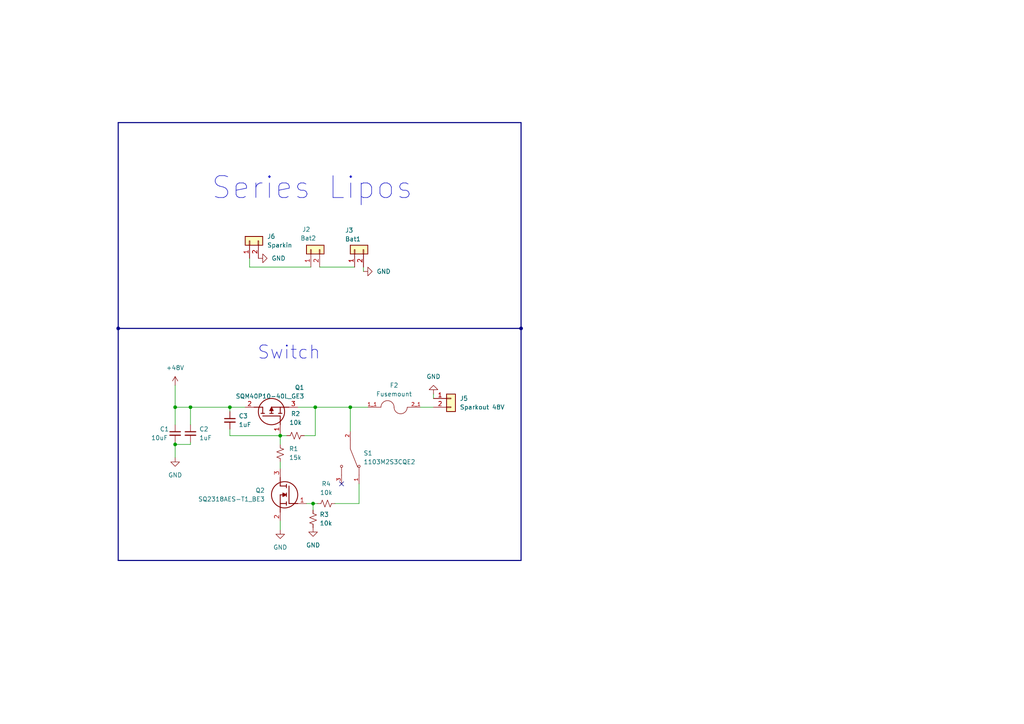
<source format=kicad_sch>
(kicad_sch (version 20231120) (generator "eeschema") (generator_version "8.0")
  (paper "A4")
  (lib_symbols
    (symbol "Connector_Generic:Conn_01x02" (pin_names (offset 1.016) hide)
      (property "Reference" "J" (at 0 2.54 0))
      (property "Value" "Conn_01x02" (at 0 -5.08 0))
      (symbol "Conn_01x02_1_1"
        (rectangle (start -1.27 -2.413) (end 0 -2.667) (stroke (width 0.1524)))
        (rectangle (start -1.27 0.127) (end 0 -0.127) (stroke (width 0.1524)))
        (rectangle (start -1.27 1.27) (end 1.27 -3.81) (stroke (width 0.254)) (fill (type background)))
        (pin passive line (at -5.08 0 0) (length 3.81) (name "Pin_1") (number "1"))
        (pin passive line (at -5.08 -2.54 0) (length 3.81) (name "Pin_2") (number "2"))
      )
    )
    (symbol "Device:C_Small" (pin_numbers hide) (pin_names (offset 0.254) hide)
      (property "Reference" "C" (at 0.254 1.778 0))
      (property "Value" "C_Small" (at 0.254 -2.032 0))
      (symbol "C_Small_0_1"
        (polyline (pts (xy -1.524 -0.508) (xy 1.524 -0.508)) (stroke (width 0.3302)))
        (polyline (pts (xy -1.524 0.508) (xy 1.524 0.508)) (stroke (width 0.3048)))
      )
      (symbol "C_Small_1_1"
        (pin passive line (at 0 2.54 270) (length 2.032) (name "~") (number "1"))
        (pin passive line (at 0 -2.54 90) (length 2.032) (name "~") (number "2"))
      )
    )
    (symbol "Device:R_Small_US" (pin_numbers hide) (pin_names (offset 0.254) hide)
      (property "Reference" "R" (at 0.762 0.508 0))
      (property "Value" "R_Small_US" (at 0.762 -1.016 0))
      (symbol "R_Small_US_1_1"
        (polyline (pts (xy 0 0) (xy 1.016 -0.381) (xy 0 -0.762) (xy -1.016 -1.143) (xy 0 -1.524)))
        (polyline (pts (xy 0 1.524) (xy 1.016 1.143) (xy 0 0.762) (xy -1.016 0.381) (xy 0 0)))
        (pin passive line (at 0 2.54 270) (length 1.016) (name "~") (number "1"))
        (pin passive line (at 0 -2.54 90) (length 1.016) (name "~") (number "2"))
      )
    )
    (symbol "GND_1" (power) (pin_names (offset 0))
      (property "Value" "GND_1" (at 0 -3.81 0))
      (symbol "GND_1_0_1"
        (polyline (pts (xy 0 0) (xy 0 -1.27) (xy 1.27 -1.27) (xy 0 -2.54) (xy -1.27 -1.27) (xy 0 -1.27)))
      )
      (symbol "GND_1_1_1"
        (pin power_in line (at 0 0 270) (length 0) hide (name "GND") (number "1"))
      )
    )
    (symbol "SQM40P10-40L_GE3:SQM40P10-40L_GE3" (pin_names hide)
      (property "Reference" "Q" (at 11.43 3.81 0))
      (property "Value" "SQM40P10-40L_GE3" (at 11.43 1.27 0))
      (symbol "SQM40P10-40L_GE3_1_1"
        (polyline (pts (xy 2.54 0) (xy 5.08 0)) (stroke (width 0.254)))
        (polyline (pts (xy 5.08 5.08) (xy 5.08 0)) (stroke (width 0.254)))
        (polyline (pts (xy 5.842 -0.508) (xy 5.842 0.508)) (stroke (width 0.254)))
        (polyline (pts (xy 5.842 0) (xy 7.62 0)) (stroke (width 0.254)))
        (polyline (pts (xy 5.842 2.032) (xy 5.842 3.048)) (stroke (width 0.254)))
        (polyline (pts (xy 5.842 5.588) (xy 5.842 4.572)) (stroke (width 0.254)))
        (polyline (pts (xy 7.62 2.54) (xy 5.842 2.54)) (stroke (width 0.254)))
        (polyline (pts (xy 7.62 2.54) (xy 7.62 -2.54)) (stroke (width 0.254)))
        (polyline (pts (xy 7.62 5.08) (xy 5.842 5.08)) (stroke (width 0.254)))
        (polyline (pts (xy 7.62 5.08) (xy 7.62 7.62)) (stroke (width 0.254)))
        (polyline (pts (xy 7.62 2.54) (xy 6.604 3.048) (xy 6.604 2.032) (xy 7.62 2.54)) (stroke (width 0.254)) (fill (type outline)))
        (circle (center 6.35 2.54) (radius 3.81) (stroke (width 0.254)))
        (pin passive line (at 0 0 0) (length 2.54) (name "G") (number "1"))
        (pin passive line (at 7.62 10.16 270) (length 2.54) (name "D") (number "2"))
        (pin passive line (at 7.62 -5.08 90) (length 2.54) (name "S") (number "3"))
      )
    )
    (symbol "Switch[1]:1103M2S3CQE2" (pin_names (offset 1.016))
      (property "Reference" "S" (at -5.08 3.81 0))
      (property "Value" "1103M2S3CQE2" (at -5.08 -5.08 0))
      (symbol "1103M2S3CQE2_0_0"
        (polyline (pts (xy -2.54 0) (xy -5.08 0)) (stroke (width 0.1524)))
        (polyline (pts (xy -2.54 0) (xy 2.794 2.1336)) (stroke (width 0.1524)))
        (polyline (pts (xy 5.08 -2.54) (xy 2.921 -2.54)) (stroke (width 0.1524)))
        (polyline (pts (xy 5.08 2.54) (xy 2.921 2.54)) (stroke (width 0.1524)))
        (circle (center 2.54 -2.54) (radius 0.3302) (stroke (width 0.1524)))
        (circle (center 2.54 2.54) (radius 0.3302) (stroke (width 0.1524)))
        (pin passive line (at 7.62 2.54 180) (length 2.54) (name "~") (number "1"))
        (pin passive line (at -7.62 0 0) (length 2.54) (name "~") (number "2"))
        (pin passive line (at 7.62 -2.54 180) (length 2.54) (name "~") (number "3"))
      )
    )
    (symbol "TimmiCtrlBoard:SQ2318AES-T1_BE3" (pin_names hide)
      (property "Reference" "Q" (at 11.43 3.81 0))
      (property "Value" "SQ2318AES-T1_BE3" (at 11.43 1.27 0))
      (symbol "SQ2318AES-T1_BE3_1_1"
        (polyline (pts (xy 2.54 0) (xy 5.08 0)) (stroke (width 0.254)))
        (polyline (pts (xy 5.08 5.08) (xy 5.08 0)) (stroke (width 0.254)))
        (polyline (pts (xy 5.842 -0.508) (xy 5.842 0.508)) (stroke (width 0.254)))
        (polyline (pts (xy 5.842 0) (xy 7.62 0)) (stroke (width 0.254)))
        (polyline (pts (xy 5.842 2.032) (xy 5.842 3.048)) (stroke (width 0.254)))
        (polyline (pts (xy 5.842 5.588) (xy 5.842 4.572)) (stroke (width 0.254)))
        (polyline (pts (xy 7.62 2.54) (xy 5.842 2.54)) (stroke (width 0.254)))
        (polyline (pts (xy 7.62 2.54) (xy 7.62 -2.54)) (stroke (width 0.254)))
        (polyline (pts (xy 7.62 5.08) (xy 5.842 5.08)) (stroke (width 0.254)))
        (polyline (pts (xy 7.62 5.08) (xy 7.62 7.62)) (stroke (width 0.254)))
        (polyline (pts (xy 5.842 2.54) (xy 6.858 3.048) (xy 6.858 2.032) (xy 5.842 2.54)) (stroke (width 0.254)) (fill (type outline)))
        (circle (center 6.35 2.54) (radius 3.81) (stroke (width 0.254)))
        (pin passive line (at 0 0 0) (length 2.54) (name "G") (number "1"))
        (pin passive line (at 7.62 -5.08 90) (length 2.54) (name "S") (number "2"))
        (pin passive line (at 7.62 10.16 270) (length 2.54) (name "D") (number "3"))
      )
    )
    (symbol "fuse mount:3587" (pin_names (offset 1.016))
      (property "Reference" "F" (at -2.54 5.08 0))
      (property "Value" "3587" (at -2.54 -5.08 0))
      (symbol "3587_0_0"
        (arc (start 0 0) (mid -1.905 1.8967) (end -3.81 0) (stroke (width 0.1524)))
        (polyline (pts (xy -5.08 0) (xy -3.81 0)) (stroke (width 0.1524)))
        (polyline (pts (xy 5.08 0) (xy 3.81 0)) (stroke (width 0.1524)))
        (arc (start 0 0) (mid 1.905 -1.8967) (end 3.81 0) (stroke (width 0.1524)))
        (pin passive line (at -7.62 0 0) (length 2.54) (name "~") (number "1_1"))
        (pin passive line (at 7.62 0 180) (length 2.54) (name "~") (number "2_1"))
      )
    )
    (symbol "power:+48V" (power) (pin_numbers hide) (pin_names (offset 0) hide)
      (property "Value" "+48V" (at 0 3.556 0))
      (symbol "+48V_0_1"
        (polyline (pts (xy -0.762 1.27) (xy 0 2.54)))
        (polyline (pts (xy 0 0) (xy 0 2.54)))
        (polyline (pts (xy 0 2.54) (xy 0.762 1.27)))
      )
      (symbol "+48V_1_1"
        (pin power_in line (at 0 0 90) (length 0) (name "~") (number "1"))
      )
    )
    (symbol "power:GND" (power) (pin_names (offset 0))
      (property "Value" "GND" (at 0 -3.81 0))
      (symbol "GND_0_1"
        (polyline (pts (xy 0 0) (xy 0 -1.27) (xy 1.27 -1.27) (xy 0 -2.54) (xy -1.27 -1.27) (xy 0 -1.27)))
      )
      (symbol "GND_1_1"
        (pin power_in line (at 0 0 270) (length 0) hide (name "GND") (number "1"))
      )
    )
  )
  (junction (at 101.6 118.11))
  (junction (at 151.13 95.25))
  (junction (at 50.8 118.11))
  (junction (at 50.8 128.905))
  (junction (at 91.44 118.11))
  (junction (at 55.245 118.11))
  (junction (at 34.29 95.25))
  (junction (at 81.28 126.365))
  (junction (at 90.805 146.05))
  (junction (at 66.675 118.11))
  (no_connect (at 99.06 140.335))
  (wire (pts (xy 66.675 118.11) (xy 66.675 119.38)))
  (bus (pts (xy 34.29 35.56) (xy 34.29 95.25)))
  (wire (pts (xy 101.6 118.11) (xy 106.68 118.11)))
  (wire (pts (xy 90.805 146.05) (xy 92.075 146.05)))
  (wire (pts (xy 81.28 151.13) (xy 81.28 153.67)))
  (wire (pts (xy 97.155 146.05) (xy 104.14 146.05)))
  (wire (pts (xy 66.675 118.11) (xy 55.245 118.11)))
  (wire (pts (xy 101.6 118.11) (xy 101.6 125.095)))
  (wire (pts (xy 55.245 128.27) (xy 55.245 128.905)))
  (wire (pts (xy 125.73 114.3) (xy 125.73 115.57)))
  (wire (pts (xy 81.28 133.985) (xy 81.28 135.89)))
  (wire (pts (xy 72.39 74.93) (xy 72.39 77.47)))
  (wire (pts (xy 55.245 118.11) (xy 50.8 118.11)))
  (wire (pts (xy 50.8 123.19) (xy 50.8 118.11)))
  (bus (pts (xy 34.29 35.56) (xy 151.13 35.56)))
  (wire (pts (xy 50.8 128.27) (xy 50.8 128.905)))
  (wire (pts (xy 91.44 118.11) (xy 101.6 118.11)))
  (wire (pts (xy 104.14 146.05) (xy 104.14 140.335)))
  (wire (pts (xy 86.36 118.11) (xy 91.44 118.11)))
  (wire (pts (xy 81.28 126.365) (xy 83.185 126.365)))
  (bus (pts (xy 151.13 35.56) (xy 151.13 95.25)))
  (wire (pts (xy 50.8 111.76) (xy 50.8 118.11)))
  (bus (pts (xy 34.29 162.56) (xy 151.13 162.56)))
  (wire (pts (xy 66.675 124.46) (xy 66.675 126.365)))
  (wire (pts (xy 50.8 128.905) (xy 50.8 132.715)))
  (wire (pts (xy 88.265 126.365) (xy 91.44 126.365)))
  (wire (pts (xy 71.12 118.11) (xy 66.675 118.11)))
  (wire (pts (xy 66.675 126.365) (xy 81.28 126.365)))
  (bus (pts (xy 34.29 95.25) (xy 151.13 95.25)))
  (wire (pts (xy 90.805 146.05) (xy 90.805 147.955)))
  (wire (pts (xy 125.73 118.11) (xy 121.92 118.11)))
  (bus (pts (xy 151.13 162.56) (xy 151.13 95.25)))
  (wire (pts (xy 81.28 126.365) (xy 81.28 128.905)))
  (wire (pts (xy 91.44 126.365) (xy 91.44 118.11)))
  (wire (pts (xy 88.9 146.05) (xy 90.805 146.05)))
  (wire (pts (xy 105.41 77.47) (xy 105.41 78.74)))
  (wire (pts (xy 55.245 118.11) (xy 55.245 123.19)))
  (wire (pts (xy 55.245 128.905) (xy 50.8 128.905)))
  (bus (pts (xy 34.29 95.25) (xy 34.29 162.56)))
  (wire (pts (xy 72.39 77.47) (xy 90.17 77.47)))
  (wire (pts (xy 81.28 125.73) (xy 81.28 126.365)))
  (wire (pts (xy 92.71 77.47) (xy 102.87 77.47)))
  (text "Switch" (at 83.82 102.362 0) (effects (font (size 3.81 3.81))))
  (text "Series Lipos \n" (at 92.964 54.61 0) (effects (font (size 6.35 6.35))))
  (symbol (lib_id "Device:R_Small_US") (at 94.615 146.05 90) (unit 1)
    (property "Reference" "R4" (at 94.615 140.335 90))
    (property "Value" "10k" (at 94.615 142.875 90))
    (property "Footprint" "Resistor_SMD:R_1206_3216Metric" (effects (hide yes)))
  )
  (symbol (lib_name "GND_1") (lib_id "power:GND") (at 81.28 153.67 0) (unit 1)
    (property "Reference" "#PWR06" (effects (hide yes)))
    (property "Value" "GND" (at 81.28 158.75 0))
  )
  (symbol (lib_name "GND_1") (lib_id "power:GND") (at 90.805 153.035 0) (unit 1)
    (property "Reference" "#PWR07" (effects (hide yes)))
    (property "Value" "GND" (at 90.805 158.115 0))
  )
  (symbol (lib_id "Switch[1]:1103M2S3CQE2") (at 101.6 132.715 270) (unit 1)
    (property "Reference" "S1" (at 105.41 131.4449 90) (effects (justify left)))
    (property "Value" "1103M2S3CQE2" (at 105.41 133.9849 90) (effects (justify left)))
    (property "Footprint" "askibidi:switch" (effects (hide yes)))
    (property "MF" "C&K" (effects (hide yes)))
    (property "DESCRIPTION" "Slide Switch SPDT Through Hole" (effects (hide yes)))
    (property "PACKAGE" "None" (effects (hide yes)))
    (property "PRICE" "None" (effects (hide yes)))
    (property "MP" "1103M2S3CQE2" (effects (hide yes)))
    (property "AVAILABILITY" "In Stock" (effects (hide yes)))
    (property "PURCHASE-URL" "https://pricing.snapeda.com/search/part/1103M2S3CQE2/?ref=eda" (effects (hide yes)))
  )
  (symbol (lib_id "Device:C_Small") (at 50.8 125.73 0) (unit 1)
    (property "Reference" "C1" (at 46.355 124.46 0) (effects (justify left)))
    (property "Value" "10uF" (at 43.815 127 0) (effects (justify left)))
    (property "Footprint" "askibidi:10uF" (effects (hide yes)))
  )
  (symbol (lib_id "power:GND") (at 105.41 78.74 90) (unit 1)
    (property "Reference" "#PWR04" (effects (hide yes)))
    (property "Value" "GND" (at 109.22 78.74 90) (effects (justify right)))
  )
  (symbol (lib_id "fuse mount:3587") (at 114.3 118.11 0) (unit 1)
    (property "Reference" "F2" (at 114.3 111.76 0))
    (property "Value" "Fusemount" (at 114.3 114.3 0))
    (property "Footprint" "askibidi:Fusemount" (effects (hide yes)))
    (property "PARTREV" "D" (effects (hide yes)))
    (property "STANDARD" "Manufacturer Recommendation" (effects (hide yes)))
    (property "SNAPEDA_PN" "3587" (effects (hide yes)))
    (property "MAXIMUM_PACKAGE_HEIGHT" "8.37mm" (effects (hide yes)))
    (property "MANUFACTURER" "Keystone" (effects (hide yes)))
  )
  (symbol (lib_id "Device:C_Small") (at 55.245 125.73 0) (unit 1)
    (property "Reference" "C2" (at 57.785 124.4663 0) (effects (justify left)))
    (property "Value" "1uF" (at 57.785 127.0063 0) (effects (justify left)))
    (property "Footprint" "Capacitor_SMD:C_0805_2012Metric" (effects (hide yes)))
  )
  (symbol (lib_id "Device:R_Small_US") (at 90.805 150.495 0) (unit 1)
    (property "Reference" "R3" (at 92.71 149.2249 0) (effects (justify left)))
    (property "Value" "10k" (at 92.71 151.7649 0) (effects (justify left)))
    (property "Footprint" "Resistor_SMD:R_1206_3216Metric" (effects (hide yes)))
  )
  (symbol (lib_name "GND_1") (lib_id "power:GND") (at 50.8 132.715 0) (unit 1)
    (property "Reference" "#PWR05" (effects (hide yes)))
    (property "Value" "GND" (at 50.8 137.795 0))
  )
  (symbol (lib_id "power:GND") (at 74.93 74.93 90) (unit 1)
    (property "Reference" "#PWR03" (effects (hide yes)))
    (property "Value" "GND" (at 78.74 74.93 90) (effects (justify right)))
  )
  (symbol (lib_name "GND_1") (lib_id "power:GND") (at 125.73 114.3 180) (unit 1)
    (property "Reference" "#PWR08" (effects (hide yes)))
    (property "Value" "GND" (at 125.73 109.22 0))
  )
  (symbol (lib_id "Device:R_Small_US") (at 81.28 131.445 0) (unit 1)
    (property "Reference" "R1" (at 83.82 130.1749 0) (effects (justify left)))
    (property "Value" "15k" (at 83.82 132.7149 0) (effects (justify left)))
    (property "Footprint" "Resistor_SMD:R_0805_2012Metric" (effects (hide yes)))
  )
  (symbol (lib_id "power:+48V") (at 50.8 111.76 0) (unit 1)
    (property "Reference" "#PWR015" (effects (hide yes)))
    (property "Value" "+48V" (at 50.8 106.68 0))
    (property "Description" "Power symbol creates a global label with name \"+48V\"" (effects (hide yes)))
  )
  (symbol (lib_id "Connector_Generic:Conn_01x02") (at 90.17 72.39 90) (unit 1)
    (property "Reference" "J2" (at 87.63 66.548 90) (effects (justify right)))
    (property "Value" "Bat2" (at 87.122 69.0881 90) (effects (justify right)))
    (property "Footprint" "Connector_AMASS:AMASS_XT60-F_1x02_P7.20mm_Vertical" (effects (hide yes)))
  )
  (symbol (lib_id "Device:R_Small_US") (at 85.725 126.365 90) (unit 1)
    (property "Reference" "R2" (at 85.725 120.015 90))
    (property "Value" "10k" (at 85.725 122.555 90))
    (property "Footprint" "Resistor_SMD:R_1206_3216Metric" (effects (hide yes)))
  )
  (symbol (lib_id "Device:C_Small") (at 66.675 121.92 0) (unit 1)
    (property "Reference" "C3" (at 69.215 120.6563 0) (effects (justify left)))
    (property "Value" "1uF" (at 69.215 123.1963 0) (effects (justify left)))
    (property "Footprint" "Capacitor_SMD:C_0805_2012Metric" (effects (hide yes)))
  )
  (symbol (lib_id "Connector_Generic:Conn_01x02") (at 72.39 69.85 90) (unit 1)
    (property "Reference" "J6" (at 77.47 68.5799 90) (effects (justify right)))
    (property "Value" "Sparkin" (at 77.47 71.1199 90) (effects (justify right)))
    (property "Footprint" "Connector_AMASS:AMASS_XT60-F_1x02_P7.20mm_Vertical" (effects (hide yes)))
  )
  (symbol (lib_id "Connector_Generic:Conn_01x02") (at 130.81 115.57 0) (unit 1)
    (property "Reference" "J5" (at 133.35 115.5699 0) (effects (justify left)))
    (property "Value" "Sparkout 48V" (at 133.35 118.1099 0) (effects (justify left)))
    (property "Footprint" "Connector_AMASS:AMASS_XT60-F_1x02_P7.20mm_Vertical" (effects (hide yes)))
  )
  (symbol (lib_id "SQM40P10-40L_GE3:SQM40P10-40L_GE3") (at 81.28 125.73 90) (unit 1)
    (property "Reference" "Q1" (at 88.265 112.395 90) (effects (justify left)))
    (property "Value" "SQM40P10-40L_GE3" (at 88.265 114.935 90) (effects (justify left)))
    (property "Footprint" "Package_TO_SOT_SMD:TO-263-2" (effects (hide yes)))
    (property "Datasheet" "https://componentsearchengine.com/Datasheets/1/SQM40P10-40L_GE3.pdf" (effects (hide yes)))
    (property "Height" "6.223" (effects (hide yes)))
    (property "Mouser Part Number" "78-SQM40P10-40L_GE3" (effects (hide yes)))
    (property "Mouser Price/Stock" "https://www.mouser.co.uk/ProductDetail/Vishay-Siliconix/SQM40P10-40L_GE3?qs=jHkklCh7amg3sgsHIUrcaw%3D%3D" (effects (hide yes)))
    (property "Manufacturer_Name" "Vishay" (effects (hide yes)))
    (property "Manufacturer_Part_Number" "SQM40P10-40L_GE3" (effects (hide yes)))
  )
  (symbol (lib_id "Connector_Generic:Conn_01x02") (at 102.87 72.39 90) (unit 1)
    (property "Reference" "J3" (at 100.076 66.802 90) (effects (justify right)))
    (property "Value" "Bat1" (at 100.076 69.342 90) (effects (justify right)))
    (property "Footprint" "Connector_AMASS:AMASS_XT60-F_1x02_P7.20mm_Vertical" (effects (hide yes)))
  )
  (symbol (lib_id "TimmiCtrlBoard:SQ2318AES-T1_BE3") (at 88.9 146.05 0) (mirror y) (unit 1)
    (property "Reference" "Q2" (at 76.835 142.24 0) (effects (justify left)))
    (property "Value" "SQ2318AES-T1_BE3" (at 76.835 144.78 0) (effects (justify left)))
    (property "Footprint" "Package_TO_SOT_SMD:SOT-23-3" (effects (hide yes)))
    (property "Datasheet" "https://www.mouser.co.uk/datasheet/2/427/sq2318aes-1764491.pdf" (effects (hide yes)))
    (property "Height" "1.12" (effects (hide yes)))
    (property "Mouser Part Number" "78-SQ2318AES-T1_BE3" (effects (hide yes)))
    (property "Mouser Price/Stock" "https://www.mouser.co.uk/ProductDetail/Vishay-Siliconix/SQ2318AES-T1_BE3?qs=TiOZkKH1s2QuMGPo0iDprw%3D%3D" (effects (hide yes)))
    (property "Manufacturer_Name" "Vishay" (effects (hide yes)))
    (property "Manufacturer_Part_Number" "SQ2318AES-T1_BE3" (effects (hide yes)))
  )
)
</source>
